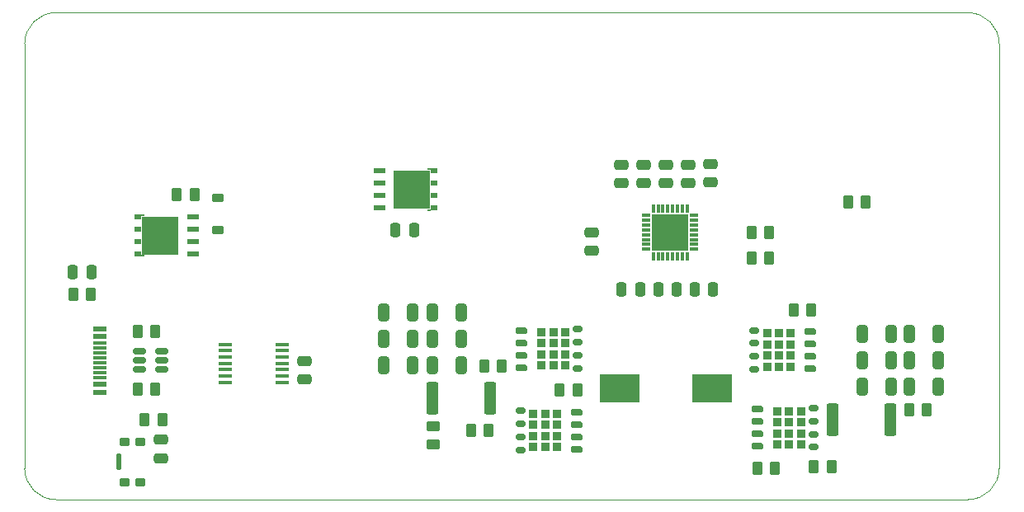
<source format=gtp>
G04 #@! TF.GenerationSoftware,KiCad,Pcbnew,8.0.6*
G04 #@! TF.CreationDate,2026-01-15T10:53:25-08:00*
G04 #@! TF.ProjectId,USBPD_Board,55534250-445f-4426-9f61-72642e6b6963,A*
G04 #@! TF.SameCoordinates,Original*
G04 #@! TF.FileFunction,Paste,Top*
G04 #@! TF.FilePolarity,Positive*
%FSLAX46Y46*%
G04 Gerber Fmt 4.6, Leading zero omitted, Abs format (unit mm)*
G04 Created by KiCad (PCBNEW 8.0.6) date 2026-01-15 10:53:25*
%MOMM*%
%LPD*%
G01*
G04 APERTURE LIST*
G04 Aperture macros list*
%AMRoundRect*
0 Rectangle with rounded corners*
0 $1 Rounding radius*
0 $2 $3 $4 $5 $6 $7 $8 $9 X,Y pos of 4 corners*
0 Add a 4 corners polygon primitive as box body*
4,1,4,$2,$3,$4,$5,$6,$7,$8,$9,$2,$3,0*
0 Add four circle primitives for the rounded corners*
1,1,$1+$1,$2,$3*
1,1,$1+$1,$4,$5*
1,1,$1+$1,$6,$7*
1,1,$1+$1,$8,$9*
0 Add four rect primitives between the rounded corners*
20,1,$1+$1,$2,$3,$4,$5,0*
20,1,$1+$1,$4,$5,$6,$7,0*
20,1,$1+$1,$6,$7,$8,$9,0*
20,1,$1+$1,$8,$9,$2,$3,0*%
G04 Aperture macros list end*
%ADD10R,0.850000X0.300000*%
%ADD11R,0.300000X0.850000*%
%ADD12R,3.700000X3.700000*%
%ADD13RoundRect,0.250000X0.475000X-0.250000X0.475000X0.250000X-0.475000X0.250000X-0.475000X-0.250000X0*%
%ADD14RoundRect,0.250000X0.325000X0.650000X-0.325000X0.650000X-0.325000X-0.650000X0.325000X-0.650000X0*%
%ADD15RoundRect,0.250000X0.262500X0.450000X-0.262500X0.450000X-0.262500X-0.450000X0.262500X-0.450000X0*%
%ADD16RoundRect,0.250000X-0.325000X-0.650000X0.325000X-0.650000X0.325000X0.650000X-0.325000X0.650000X0*%
%ADD17R,1.270000X0.610000*%
%ADD18R,3.810000X3.910000*%
%ADD19R,0.310000X0.255000*%
%ADD20R,0.710000X0.610000*%
%ADD21RoundRect,0.250000X-0.262500X-0.450000X0.262500X-0.450000X0.262500X0.450000X-0.262500X0.450000X0*%
%ADD22RoundRect,0.225000X0.375000X-0.225000X0.375000X0.225000X-0.375000X0.225000X-0.375000X-0.225000X0*%
%ADD23R,1.475000X0.450000*%
%ADD24R,4.100000X3.000000*%
%ADD25RoundRect,0.250000X0.250000X0.475000X-0.250000X0.475000X-0.250000X-0.475000X0.250000X-0.475000X0*%
%ADD26R,0.900000X0.900000*%
%ADD27RoundRect,0.162500X0.437500X0.162500X-0.437500X0.162500X-0.437500X-0.162500X0.437500X-0.162500X0*%
%ADD28RoundRect,0.175000X0.325000X0.175000X-0.325000X0.175000X-0.325000X-0.175000X0.325000X-0.175000X0*%
%ADD29RoundRect,0.150000X0.512500X0.150000X-0.512500X0.150000X-0.512500X-0.150000X0.512500X-0.150000X0*%
%ADD30RoundRect,0.225000X0.275000X-0.225000X0.275000X0.225000X-0.275000X0.225000X-0.275000X-0.225000X0*%
%ADD31RoundRect,0.137500X0.137500X-0.712500X0.137500X0.712500X-0.137500X0.712500X-0.137500X-0.712500X0*%
%ADD32RoundRect,0.250000X-0.362500X-1.425000X0.362500X-1.425000X0.362500X1.425000X-0.362500X1.425000X0*%
%ADD33RoundRect,0.250000X-0.450000X0.262500X-0.450000X-0.262500X0.450000X-0.262500X0.450000X0.262500X0*%
%ADD34RoundRect,0.250000X-0.250000X-0.475000X0.250000X-0.475000X0.250000X0.475000X-0.250000X0.475000X0*%
%ADD35RoundRect,0.162500X-0.437500X-0.162500X0.437500X-0.162500X0.437500X0.162500X-0.437500X0.162500X0*%
%ADD36RoundRect,0.175000X-0.325000X-0.175000X0.325000X-0.175000X0.325000X0.175000X-0.325000X0.175000X0*%
%ADD37R,1.450000X0.600000*%
%ADD38R,1.450000X0.300000*%
%ADD39RoundRect,0.250000X-0.475000X0.250000X-0.475000X-0.250000X0.475000X-0.250000X0.475000X0.250000X0*%
G04 #@! TA.AperFunction,Profile*
%ADD40C,0.050000*%
G04 #@! TD*
G04 APERTURE END LIST*
D10*
X168700000Y-94300000D03*
X168700000Y-93800000D03*
X168700000Y-93300000D03*
X168700000Y-92800000D03*
X168700000Y-92300000D03*
X168700000Y-91800000D03*
X168700000Y-91300000D03*
X168700000Y-90800000D03*
D11*
X168000000Y-90100000D03*
X167500000Y-90100000D03*
X167000000Y-90100000D03*
X166500000Y-90100000D03*
X166000000Y-90100000D03*
X165500000Y-90100000D03*
X165000000Y-90100000D03*
X164500000Y-90100000D03*
D10*
X163800000Y-90800000D03*
X163800000Y-91300000D03*
X163800000Y-91800000D03*
X163800000Y-92300000D03*
X163800000Y-92800000D03*
X163800000Y-93300000D03*
X163800000Y-93800000D03*
X163800000Y-94300000D03*
D11*
X164500000Y-95000000D03*
X165000000Y-95000000D03*
X165500000Y-95000000D03*
X166000000Y-95000000D03*
X166500000Y-95000000D03*
X167000000Y-95000000D03*
X167500000Y-95000000D03*
X168000000Y-95000000D03*
D12*
X166250000Y-92550000D03*
D13*
X161200000Y-87500000D03*
X161200000Y-85600000D03*
X168100000Y-87500000D03*
X168100000Y-85600000D03*
D14*
X188875000Y-103000000D03*
X185925000Y-103000000D03*
D15*
X147612500Y-112900000D03*
X145787500Y-112900000D03*
D13*
X163500000Y-87500000D03*
X163500000Y-85600000D03*
D16*
X141825000Y-100800000D03*
X144775000Y-100800000D03*
D17*
X117270000Y-94805000D03*
X117270000Y-93535000D03*
X117270000Y-92265000D03*
X117270000Y-90995000D03*
D18*
X113910000Y-92900000D03*
D19*
X112160000Y-94983000D03*
X112160000Y-90817000D03*
D20*
X111650000Y-94805000D03*
X111650000Y-93535000D03*
X111650000Y-92265000D03*
X111650000Y-90995000D03*
D21*
X180987500Y-116600000D03*
X182812500Y-116600000D03*
D22*
X119800000Y-92350000D03*
X119800000Y-89050000D03*
D15*
X148962500Y-106300000D03*
X147137500Y-106300000D03*
D16*
X190800000Y-103000000D03*
X193750000Y-103000000D03*
D13*
X165800000Y-87500000D03*
X165800000Y-85600000D03*
D15*
X156700000Y-108720000D03*
X154875000Y-108720000D03*
D16*
X190800000Y-108400000D03*
X193750000Y-108400000D03*
D23*
X126438000Y-107950000D03*
X126438000Y-107300000D03*
X126438000Y-106650000D03*
X126438000Y-106000000D03*
X126438000Y-105350000D03*
X126438000Y-104700000D03*
X126438000Y-104050000D03*
X120562000Y-104050000D03*
X120562000Y-104700000D03*
X120562000Y-105350000D03*
X120562000Y-106000000D03*
X120562000Y-106650000D03*
X120562000Y-107300000D03*
X120562000Y-107950000D03*
D21*
X174587500Y-92600000D03*
X176412500Y-92600000D03*
D13*
X128700000Y-107650000D03*
X128700000Y-105750000D03*
D21*
X111587500Y-108700000D03*
X113412500Y-108700000D03*
D24*
X161050000Y-108600000D03*
X170550000Y-108600000D03*
D14*
X188875000Y-108400000D03*
X185925000Y-108400000D03*
D21*
X184487500Y-89400000D03*
X186312500Y-89400000D03*
D15*
X114112500Y-111800000D03*
X112287500Y-111800000D03*
D16*
X190800000Y-105700000D03*
X193750000Y-105700000D03*
D17*
X136400000Y-86260000D03*
X136400000Y-87530000D03*
X136400000Y-88800000D03*
X136400000Y-90070000D03*
D18*
X139760000Y-88165000D03*
D19*
X141510000Y-86082000D03*
X141510000Y-90248000D03*
D20*
X142020000Y-86260000D03*
X142020000Y-87530000D03*
X142020000Y-88800000D03*
X142020000Y-90070000D03*
D15*
X106812500Y-98900000D03*
X104987500Y-98900000D03*
D25*
X139950000Y-92300000D03*
X138050000Y-92300000D03*
D26*
X154625000Y-114620000D03*
X154625000Y-113470000D03*
X154625000Y-112320000D03*
X154625000Y-111170000D03*
X153400000Y-114620000D03*
X153400000Y-113470000D03*
X153400000Y-112320000D03*
X153400000Y-111170000D03*
X152200000Y-114620000D03*
X152200000Y-113470000D03*
X152200000Y-112320000D03*
X152200000Y-111170000D03*
D27*
X156650000Y-114800000D03*
X156650000Y-113530000D03*
X156650000Y-112260000D03*
X156650000Y-110990000D03*
D28*
X150900000Y-114890000D03*
X150900000Y-113560000D03*
X150900000Y-112230000D03*
X150900000Y-110900000D03*
D29*
X114037500Y-106650000D03*
X114037500Y-105700000D03*
X114037500Y-104750000D03*
X111762500Y-104750000D03*
X111762500Y-105700000D03*
X111762500Y-106650000D03*
D13*
X114000000Y-115750000D03*
X114000000Y-113850000D03*
D14*
X139800000Y-106200000D03*
X136850000Y-106200000D03*
D16*
X141850000Y-106200000D03*
X144800000Y-106200000D03*
D30*
X110300000Y-114100000D03*
X111900000Y-114100000D03*
X111900000Y-118200000D03*
X110300000Y-118200000D03*
D31*
X109650000Y-116150000D03*
D14*
X139800000Y-103500000D03*
X136850000Y-103500000D03*
D25*
X106850000Y-96600000D03*
X104950000Y-96600000D03*
D32*
X182900000Y-111800000D03*
X188825000Y-111800000D03*
D26*
X178625000Y-106350000D03*
X178625000Y-105200000D03*
X178625000Y-104050000D03*
X178625000Y-102900000D03*
X177400000Y-106350000D03*
X177400000Y-105200000D03*
X177400000Y-104050000D03*
X177400000Y-102900000D03*
X176200000Y-106350000D03*
X176200000Y-105200000D03*
X176200000Y-104050000D03*
X176200000Y-102900000D03*
D27*
X180650000Y-106530000D03*
X180650000Y-105260000D03*
X180650000Y-103990000D03*
X180650000Y-102720000D03*
D28*
X174900000Y-106620000D03*
X174900000Y-105290000D03*
X174900000Y-103960000D03*
X174900000Y-102630000D03*
D25*
X166900000Y-98400000D03*
X165000000Y-98400000D03*
D16*
X141850000Y-103500000D03*
X144800000Y-103500000D03*
D21*
X115587500Y-88700000D03*
X117412500Y-88700000D03*
D33*
X141900000Y-112487500D03*
X141900000Y-114312500D03*
D21*
X111587500Y-102700000D03*
X113412500Y-102700000D03*
D34*
X168750000Y-98400000D03*
X170650000Y-98400000D03*
D15*
X180712500Y-100500000D03*
X178887500Y-100500000D03*
D13*
X170400000Y-87450000D03*
X170400000Y-85550000D03*
D14*
X188875000Y-105700000D03*
X185925000Y-105700000D03*
D32*
X141837500Y-109600000D03*
X147762500Y-109600000D03*
D25*
X163150000Y-98400000D03*
X161250000Y-98400000D03*
D14*
X139800000Y-100800000D03*
X136850000Y-100800000D03*
D26*
X177225000Y-110910000D03*
X177225000Y-112060000D03*
X177225000Y-113210000D03*
X177225000Y-114360000D03*
X178450000Y-110910000D03*
X178450000Y-112060000D03*
X178450000Y-113210000D03*
X178450000Y-114360000D03*
X179650000Y-110910000D03*
X179650000Y-112060000D03*
X179650000Y-113210000D03*
X179650000Y-114360000D03*
D35*
X175200000Y-110730000D03*
X175200000Y-112000000D03*
X175200000Y-113270000D03*
X175200000Y-114540000D03*
D36*
X180950000Y-110640000D03*
X180950000Y-111970000D03*
X180950000Y-113300000D03*
X180950000Y-114630000D03*
D37*
X107695000Y-102460000D03*
X107695000Y-103260000D03*
D38*
X107695000Y-104460000D03*
X107695000Y-105460000D03*
X107695000Y-105960000D03*
X107695000Y-106960000D03*
D37*
X107695000Y-108160000D03*
X107695000Y-108960000D03*
X107695000Y-108960000D03*
X107695000Y-108160000D03*
D38*
X107695000Y-107460000D03*
X107695000Y-106460000D03*
X107695000Y-104960000D03*
X107695000Y-103960000D03*
D37*
X107695000Y-103260000D03*
X107695000Y-102460000D03*
D26*
X153025000Y-102790000D03*
X153025000Y-103940000D03*
X153025000Y-105090000D03*
X153025000Y-106240000D03*
X154250000Y-102790000D03*
X154250000Y-103940000D03*
X154250000Y-105090000D03*
X154250000Y-106240000D03*
X155450000Y-102790000D03*
X155450000Y-103940000D03*
X155450000Y-105090000D03*
X155450000Y-106240000D03*
D35*
X151000000Y-102610000D03*
X151000000Y-103880000D03*
X151000000Y-105150000D03*
X151000000Y-106420000D03*
D36*
X156750000Y-102520000D03*
X156750000Y-103850000D03*
X156750000Y-105180000D03*
X156750000Y-106510000D03*
D15*
X176412500Y-95200000D03*
X174587500Y-95200000D03*
D21*
X175162500Y-116800000D03*
X176987500Y-116800000D03*
X190762500Y-110800000D03*
X192587500Y-110800000D03*
D39*
X158200000Y-92550000D03*
X158200000Y-94450000D03*
D40*
X200000000Y-73200000D02*
X200000000Y-116800000D01*
X100000000Y-73200000D02*
X100000000Y-116800000D01*
X196800000Y-70000000D02*
X103200000Y-70000000D01*
X196800000Y-70000000D02*
G75*
G02*
X200000000Y-73200000I-100J-3200100D01*
G01*
X200000000Y-116800000D02*
G75*
G02*
X196800000Y-120000000I-3200000J0D01*
G01*
X100000000Y-73200000D02*
G75*
G02*
X103200000Y-70000000I3200000J0D01*
G01*
X103200000Y-120000000D02*
G75*
G02*
X100000000Y-116800000I0J3200000D01*
G01*
X103200000Y-120000000D02*
X196800000Y-120000000D01*
M02*

</source>
